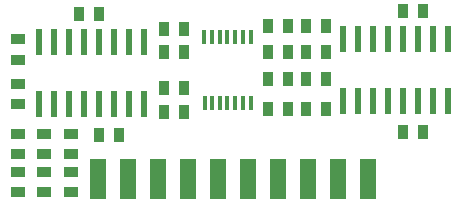
<source format=gts>
%FSLAX46Y46*%
G04 Gerber Fmt 4.6, Leading zero omitted, Abs format (unit mm)*
G04 Created by KiCad (PCBNEW (2014-09-02 BZR 5112)-product) date 2014-11-08 5:57:07 PM*
%MOMM*%
G01*
G04 APERTURE LIST*
%ADD10C,0.150000*%
%ADD11R,0.299720X1.300480*%
%ADD12R,0.599440X2.199640*%
%ADD13R,1.143000X0.812800*%
%ADD14R,0.812800X1.143000*%
%ADD15R,1.350000X3.500000*%
G04 APERTURE END LIST*
D10*
D11*
X115569600Y-92544000D03*
X116204600Y-92544000D03*
X116865000Y-92544000D03*
X117500000Y-92544000D03*
X118160400Y-92544000D03*
X118808100Y-92544000D03*
X119455800Y-92544000D03*
X119455800Y-86956000D03*
X118808100Y-86956000D03*
X118160400Y-86956000D03*
X117500000Y-86956000D03*
X116852300Y-86956000D03*
X116204600Y-86956000D03*
X115556900Y-86956000D03*
D12*
X101555000Y-92598420D03*
X102825000Y-92598420D03*
X104095000Y-92598420D03*
X105365000Y-92598420D03*
X106635000Y-92598420D03*
X107905000Y-92598420D03*
X109175000Y-92598420D03*
X110445000Y-92598420D03*
X110445000Y-87401580D03*
X109175000Y-87401580D03*
X107905000Y-87401580D03*
X106635000Y-87401580D03*
X105365000Y-87401580D03*
X104095000Y-87401580D03*
X102825000Y-87401580D03*
X101555000Y-87401580D03*
X127305000Y-92348420D03*
X128575000Y-92348420D03*
X129845000Y-92348420D03*
X131115000Y-92348420D03*
X132385000Y-92348420D03*
X133655000Y-92348420D03*
X134925000Y-92348420D03*
X136195000Y-92348420D03*
X136195000Y-87151580D03*
X134925000Y-87151580D03*
X133655000Y-87151580D03*
X132385000Y-87151580D03*
X131115000Y-87151580D03*
X129845000Y-87151580D03*
X128575000Y-87151580D03*
X127305000Y-87151580D03*
D13*
X99750000Y-96850900D03*
X99750000Y-95149100D03*
D14*
X120899100Y-93000000D03*
X122600900Y-93000000D03*
D13*
X99750000Y-100100900D03*
X99750000Y-98399100D03*
X102000000Y-98399100D03*
X102000000Y-100100900D03*
X104250000Y-96850900D03*
X104250000Y-95149100D03*
D14*
X125850900Y-93000000D03*
X124149100Y-93000000D03*
D13*
X102000000Y-96850900D03*
X102000000Y-95149100D03*
X104250000Y-98399100D03*
X104250000Y-100100900D03*
D14*
X108350900Y-95250000D03*
X106649100Y-95250000D03*
X113850900Y-93250000D03*
X112149100Y-93250000D03*
D13*
X99750000Y-92600900D03*
X99750000Y-90899100D03*
D14*
X112149100Y-91250000D03*
X113850900Y-91250000D03*
X113850900Y-88250000D03*
X112149100Y-88250000D03*
X106600900Y-85000000D03*
X104899100Y-85000000D03*
X113850900Y-86250000D03*
X112149100Y-86250000D03*
D13*
X99750000Y-87149100D03*
X99750000Y-88850900D03*
D14*
X122600900Y-86000000D03*
X120899100Y-86000000D03*
X125850900Y-88250000D03*
X124149100Y-88250000D03*
X132399100Y-84750000D03*
X134100900Y-84750000D03*
X120899100Y-88250000D03*
X122600900Y-88250000D03*
X125850900Y-86000000D03*
X124149100Y-86000000D03*
X122600900Y-90500000D03*
X120899100Y-90500000D03*
X125850900Y-90500000D03*
X124149100Y-90500000D03*
X132399100Y-95000000D03*
X134100900Y-95000000D03*
D15*
X106570000Y-99000000D03*
X109110000Y-99000000D03*
X111650000Y-99000000D03*
X114190000Y-99000000D03*
X116730000Y-99000000D03*
X119270000Y-99000000D03*
X121810000Y-99000000D03*
X124350000Y-99000000D03*
X126890000Y-99000000D03*
X129430000Y-99000000D03*
M02*

</source>
